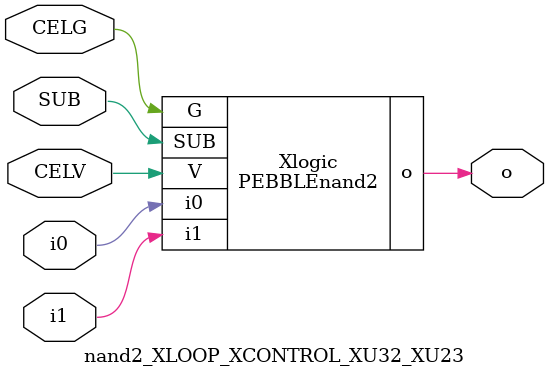
<source format=v>



module PEBBLEnand2 ( o, G, SUB, V, i0, i1 );

  input i0;
  input V;
  input i1;
  input G;
  output o;
  input SUB;
endmodule

//Celera Confidential Do Not Copy nand2_XLOOP_XCONTROL_XU32_XU23
//Celera Confidential Symbol Generator
//5V NAND2
module nand2_XLOOP_XCONTROL_XU32_XU23 (CELV,CELG,i0,i1,o,SUB);
input CELV;
input CELG;
input i0;
input i1;
input SUB;
output o;

//Celera Confidential Do Not Copy nand2
PEBBLEnand2 Xlogic(
.V (CELV),
.i0 (i0),
.i1 (i1),
.o (o),
.SUB (SUB),
.G (CELG)
);
//,diesize,PEBBLEnand2

//Celera Confidential Do Not Copy Module End
//Celera Schematic Generator
endmodule

</source>
